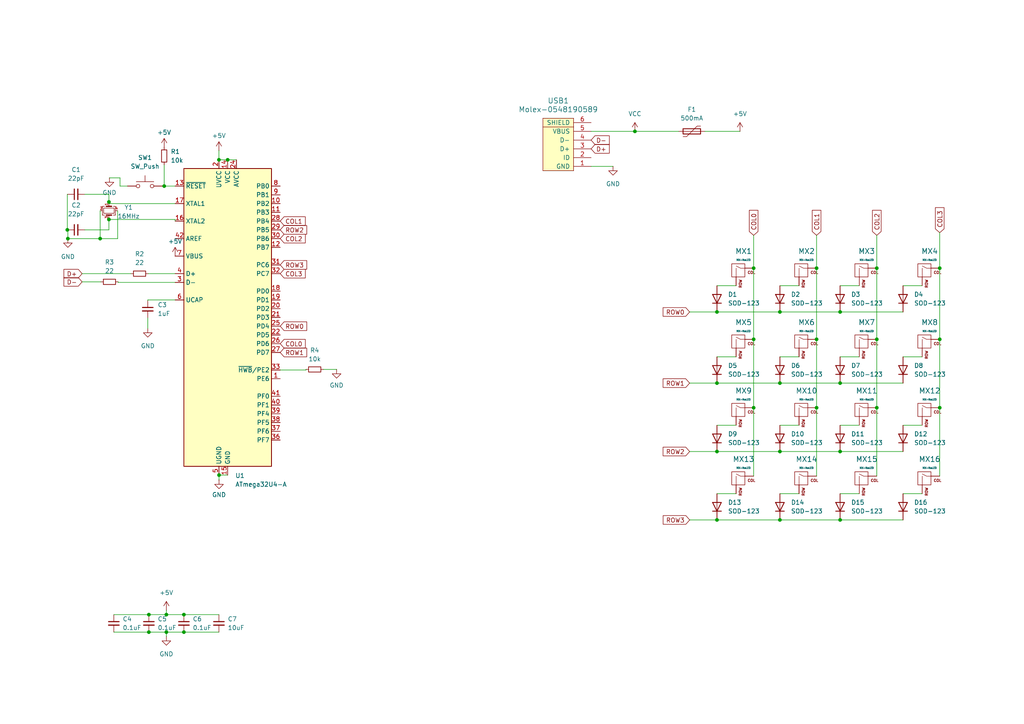
<source format=kicad_sch>
(kicad_sch (version 20231120) (generator "eeschema") (generator_version "8.0")
  (paper "A4")
  (lib_symbols
    (symbol "Device:C_Small" (pin_numbers hide) (pin_names (offset 0.254) hide)
      (property "Reference" "C" (at 0.254 1.778 0))
      (property "Value" "C_Small" (at 0.254 -2.032 0))
      (symbol "C_Small_0_1"
        (polyline (pts (xy -1.524 -0.508) (xy 1.524 -0.508)) (stroke (width 0.3302)))
        (polyline (pts (xy -1.524 0.508) (xy 1.524 0.508)) (stroke (width 0.3048)))
      )
      (symbol "C_Small_1_1"
        (pin passive line (at 0 2.54 270) (length 2.032) (name "~") (number "1"))
        (pin passive line (at 0 -2.54 90) (length 2.032) (name "~") (number "2"))
      )
    )
    (symbol "Device:Crystal_GND24_Small" (pin_names (offset 1.016) hide)
      (property "Reference" "Y" (at 1.27 4.445 0))
      (property "Value" "Crystal_GND24_Small" (at 1.27 2.54 0))
      (symbol "Crystal_GND24_Small_0_1"
        (rectangle (start -0.762 -1.524) (end 0.762 1.524))
        (polyline (pts (xy -1.27 -0.762) (xy -1.27 0.762)) (stroke (width 0.381)))
        (polyline (pts (xy 1.27 -0.762) (xy 1.27 0.762)) (stroke (width 0.381)))
        (polyline (pts (xy -1.27 -1.27) (xy -1.27 -1.905) (xy 1.27 -1.905) (xy 1.27 -1.27)))
        (polyline (pts (xy -1.27 1.27) (xy -1.27 1.905) (xy 1.27 1.905) (xy 1.27 1.27)))
      )
      (symbol "Crystal_GND24_Small_1_1"
        (pin passive line (at -2.54 0 0) (length 1.27) (name "1") (number "1"))
        (pin passive line (at 0 -2.54 90) (length 0.635) (name "2") (number "2"))
        (pin passive line (at 2.54 0 180) (length 1.27) (name "3") (number "3"))
        (pin passive line (at 0 2.54 270) (length 0.635) (name "4") (number "4"))
      )
    )
    (symbol "Device:D" (pin_numbers hide) (pin_names (offset 1.016) hide)
      (property "Reference" "D" (at 0 2.54 0))
      (property "Value" "D" (at 0 -2.54 0))
      (symbol "D_0_1"
        (polyline (pts (xy -1.27 1.27) (xy -1.27 -1.27)) (stroke (width 0.254)))
        (polyline (pts (xy 1.27 0) (xy -1.27 0)))
        (polyline (pts (xy 1.27 1.27) (xy 1.27 -1.27) (xy -1.27 0) (xy 1.27 1.27)) (stroke (width 0.254)))
      )
      (symbol "D_1_1"
        (pin passive line (at -3.81 0 0) (length 2.54) (name "K") (number "1"))
        (pin passive line (at 3.81 0 180) (length 2.54) (name "A") (number "2"))
      )
    )
    (symbol "Device:Polyfuse" (pin_numbers hide) (pin_names (offset 0))
      (property "Reference" "F" (at -2.54 0 90))
      (property "Value" "Polyfuse" (at 2.54 0 90))
      (symbol "Polyfuse_0_1"
        (rectangle (start -0.762 2.54) (end 0.762 -2.54) (stroke (width 0.254)))
        (polyline (pts (xy 0 2.54) (xy 0 -2.54)))
        (polyline (pts (xy -1.524 2.54) (xy -1.524 1.524) (xy 1.524 -1.524) (xy 1.524 -2.54)))
      )
      (symbol "Polyfuse_1_1"
        (pin passive line (at 0 3.81 270) (length 1.27) (name "~") (number "1"))
        (pin passive line (at 0 -3.81 90) (length 1.27) (name "~") (number "2"))
      )
    )
    (symbol "Device:R_Small" (pin_numbers hide) (pin_names (offset 0.254) hide)
      (property "Reference" "R" (at 0.762 0.508 0))
      (property "Value" "R_Small" (at 0.762 -1.016 0))
      (symbol "R_Small_0_1"
        (rectangle (start -0.762 1.778) (end 0.762 -1.778) (stroke (width 0.2032)))
      )
      (symbol "R_Small_1_1"
        (pin passive line (at 0 2.54 270) (length 0.762) (name "~") (number "1"))
        (pin passive line (at 0 -2.54 90) (length 0.762) (name "~") (number "2"))
      )
    )
    (symbol "MCU_Microchip_ATmega:ATmega32U4-A"
      (property "Reference" "U" (at -12.7 44.45 0))
      (property "Value" "ATmega32U4-A" (at 2.54 -44.45 0))
      (symbol "ATmega32U4-A_0_1"
        (rectangle (start -12.7 -43.18) (end 12.7 43.18) (stroke (width 0.254)) (fill (type background)))
      )
      (symbol "ATmega32U4-A_1_1"
        (pin bidirectional line (at 15.24 -17.78 180) (length 2.54) (name "PE6") (number "1"))
        (pin bidirectional line (at 15.24 33.02 180) (length 2.54) (name "PB2") (number "10"))
        (pin bidirectional line (at 15.24 30.48 180) (length 2.54) (name "PB3") (number "11"))
        (pin bidirectional line (at 15.24 20.32 180) (length 2.54) (name "PB7") (number "12"))
        (pin input line (at -15.24 38.1 0) (length 2.54) (name "~{RESET}") (number "13"))
        (pin power_in line (at 0 45.72 270) (length 2.54) (name "VCC") (number "14"))
        (pin power_in line (at 0 -45.72 90) (length 2.54) (name "GND") (number "15"))
        (pin output line (at -15.24 27.94 0) (length 2.54) (name "XTAL2") (number "16"))
        (pin input line (at -15.24 33.02 0) (length 2.54) (name "XTAL1") (number "17"))
        (pin bidirectional line (at 15.24 7.62 180) (length 2.54) (name "PD0") (number "18"))
        (pin bidirectional line (at 15.24 5.08 180) (length 2.54) (name "PD1") (number "19"))
        (pin power_in line (at -2.54 45.72 270) (length 2.54) (name "UVCC") (number "2"))
        (pin bidirectional line (at 15.24 2.54 180) (length 2.54) (name "PD2") (number "20"))
        (pin bidirectional line (at 15.24 0 180) (length 2.54) (name "PD3") (number "21"))
        (pin bidirectional line (at 15.24 -5.08 180) (length 2.54) (name "PD5") (number "22"))
        (pin passive line (at 0 -45.72 90) (length 2.54) hide (name "GND") (number "23"))
        (pin power_in line (at 2.54 45.72 270) (length 2.54) (name "AVCC") (number "24"))
        (pin bidirectional line (at 15.24 -2.54 180) (length 2.54) (name "PD4") (number "25"))
        (pin bidirectional line (at 15.24 -7.62 180) (length 2.54) (name "PD6") (number "26"))
        (pin bidirectional line (at 15.24 -10.16 180) (length 2.54) (name "PD7") (number "27"))
        (pin bidirectional line (at 15.24 27.94 180) (length 2.54) (name "PB4") (number "28"))
        (pin bidirectional line (at 15.24 25.4 180) (length 2.54) (name "PB5") (number "29"))
        (pin bidirectional line (at -15.24 10.16 0) (length 2.54) (name "D-") (number "3"))
        (pin bidirectional line (at 15.24 22.86 180) (length 2.54) (name "PB6") (number "30"))
        (pin bidirectional line (at 15.24 15.24 180) (length 2.54) (name "PC6") (number "31"))
        (pin bidirectional line (at 15.24 12.7 180) (length 2.54) (name "PC7") (number "32"))
        (pin bidirectional line (at 15.24 -15.24 180) (length 2.54) (name "~{HWB}/PE2") (number "33"))
        (pin passive line (at 0 45.72 270) (length 2.54) hide (name "VCC") (number "34"))
        (pin passive line (at 0 -45.72 90) (length 2.54) hide (name "GND") (number "35"))
        (pin bidirectional line (at 15.24 -35.56 180) (length 2.54) (name "PF7") (number "36"))
        (pin bidirectional line (at 15.24 -33.02 180) (length 2.54) (name "PF6") (number "37"))
        (pin bidirectional line (at 15.24 -30.48 180) (length 2.54) (name "PF5") (number "38"))
        (pin bidirectional line (at 15.24 -27.94 180) (length 2.54) (name "PF4") (number "39"))
        (pin bidirectional line (at -15.24 12.7 0) (length 2.54) (name "D+") (number "4"))
        (pin bidirectional line (at 15.24 -25.4 180) (length 2.54) (name "PF1") (number "40"))
        (pin bidirectional line (at 15.24 -22.86 180) (length 2.54) (name "PF0") (number "41"))
        (pin passive line (at -15.24 22.86 0) (length 2.54) (name "AREF") (number "42"))
        (pin passive line (at 0 -45.72 90) (length 2.54) hide (name "GND") (number "43"))
        (pin passive line (at 2.54 45.72 270) (length 2.54) hide (name "AVCC") (number "44"))
        (pin passive line (at -2.54 -45.72 90) (length 2.54) (name "UGND") (number "5"))
        (pin passive line (at -15.24 5.08 0) (length 2.54) (name "UCAP") (number "6"))
        (pin input line (at -15.24 17.78 0) (length 2.54) (name "VBUS") (number "7"))
        (pin bidirectional line (at 15.24 38.1 180) (length 2.54) (name "PB0") (number "8"))
        (pin bidirectional line (at 15.24 35.56 180) (length 2.54) (name "PB1") (number "9"))
      )
    )
    (symbol "MX_Alps_Hybrid:MX-NoLED" (pin_names (offset 1.016))
      (property "Reference" "MX" (at -0.635 3.81 0))
      (property "Value" "MX-NoLED" (at -0.635 1.27 0))
      (symbol "MX-NoLED_0_0"
        (rectangle (start -2.54 2.54) (end 1.27 -1.27))
        (polyline (pts (xy -1.27 -1.27) (xy -1.27 1.27)) (stroke (width 0.127)))
        (polyline (pts (xy 1.27 1.27) (xy 0 1.27) (xy -1.27 1.905)) (stroke (width 0.127)))
        (text "COL" (at 3.175 0 0) (effects (font (size 0.762 0.762))))
        (text "ROW" (at 0 -1.905 900) (effects (font (size 0.762 0.762)) (justify right)))
      )
      (symbol "MX-NoLED_1_1"
        (pin passive line (at 3.81 1.27 180) (length 2.54) (name "COL") (number "1"))
        (pin passive line (at -1.27 -3.81 90) (length 2.54) (name "ROW") (number "2"))
      )
    )
    (symbol "Switch:SW_Push" (pin_numbers hide) (pin_names (offset 1.016) hide)
      (property "Reference" "SW" (at 1.27 2.54 0))
      (property "Value" "SW_Push" (at 0 -1.524 0))
      (symbol "SW_Push_0_1"
        (circle (center -2.032 0) (radius 0.508))
        (polyline (pts (xy 0 1.27) (xy 0 3.048)))
        (polyline (pts (xy 2.54 1.27) (xy -2.54 1.27)))
        (circle (center 2.032 0) (radius 0.508))
        (pin passive line (at -5.08 0 0) (length 2.54) (name "1") (number "1"))
        (pin passive line (at 5.08 0 180) (length 2.54) (name "2") (number "2"))
      )
    )
    (symbol "power:+5V" (power) (pin_numbers hide) (pin_names (offset 0) hide)
      (property "Value" "+5V" (at 0 3.556 0))
      (symbol "+5V_0_1"
        (polyline (pts (xy -0.762 1.27) (xy 0 2.54)))
        (polyline (pts (xy 0 0) (xy 0 2.54)))
        (polyline (pts (xy 0 2.54) (xy 0.762 1.27)))
      )
      (symbol "+5V_1_1"
        (pin power_in line (at 0 0 90) (length 0) (name "~") (number "1"))
      )
    )
    (symbol "power:GND" (power) (pin_numbers hide) (pin_names (offset 0) hide)
      (property "Value" "GND" (at 0 -3.81 0))
      (symbol "GND_0_1"
        (polyline (pts (xy 0 0) (xy 0 -1.27) (xy 1.27 -1.27) (xy 0 -2.54) (xy -1.27 -1.27) (xy 0 -1.27)))
      )
      (symbol "GND_1_1"
        (pin power_in line (at 0 0 270) (length 0) (name "~") (number "1"))
      )
    )
    (symbol "power:VCC" (power) (pin_numbers hide) (pin_names (offset 0) hide)
      (property "Value" "VCC" (at 0 3.556 0))
      (symbol "VCC_0_1"
        (polyline (pts (xy -0.762 1.27) (xy 0 2.54)))
        (polyline (pts (xy 0 0) (xy 0 2.54)))
        (polyline (pts (xy 0 2.54) (xy 0.762 1.27)))
      )
      (symbol "VCC_1_1"
        (pin power_in line (at 0 0 90) (length 0) (name "~") (number "1"))
      )
    )
    (symbol "random-keyboard-parts:Molex-0548190589" (pin_names (offset 1.016))
      (property "Reference" "USB" (at 0 7.62 0))
      (property "Value" "Molex-0548190589" (at 0 10.16 0))
      (symbol "Molex-0548190589_0_0"
        (polyline (pts (xy 6.35 -2.54) (xy 6.35 6.35)))
        (rectangle (start 8.89 -2.54) (end -6.35 6.35) (fill (type background)))
      )
      (symbol "Molex-0548190589_1_1"
        (pin input line (at -5.08 -7.62 90) (length 5.08) (name "GND") (number "1"))
        (pin input line (at -2.54 -7.62 90) (length 5.08) (name "ID") (number "2"))
        (pin input line (at 0 -7.62 90) (length 5.08) (name "D+") (number "3"))
        (pin input line (at 2.54 -7.62 90) (length 5.08) (name "D-") (number "4"))
        (pin input line (at 5.08 -7.62 90) (length 5.08) (name "VBUS") (number "5"))
        (pin input line (at 7.62 -7.62 90) (length 5.08) (name "SHIELD") (number "6"))
      )
    )
  )
  (junction (at 43.176 183.3447))
  (junction (at 48.256 178.2647))
  (junction (at 236.8404 118.2605))
  (junction (at 47.622 53.9716))
  (junction (at 243.6659 90.4818))
  (junction (at 226.2045 130.9605))
  (junction (at 31.5891 58.5749))
  (junction (at 226.2045 111.118))
  (junction (at 43.176 178.2647))
  (junction (at 29.0491 69.2108))
  (junction (at 226.2045 90.4818))
  (junction (at 63.5263 137.7916))
  (junction (at 226.2045 150.803))
  (junction (at 218.5853 77.7818))
  (junction (at 207.9494 90.4818))
  (junction (at 207.9494 130.9605))
  (junction (at 207.9494 111.118))
  (junction (at 66.0368 46.3516))
  (junction (at 236.8404 77.7818))
  (junction (at 31.5891 63.6549))
  (junction (at 243.6659 111.118))
  (junction (at 254.3018 98.418))
  (junction (at 236.8404 98.418))
  (junction (at 207.9494 150.803))
  (junction (at 272.5569 77.7818))
  (junction (at 218.5853 98.418))
  (junction (at 184.15 38.1))
  (junction (at 272.5569 118.2605))
  (junction (at 272.5569 98.418))
  (junction (at 243.6659 150.803))
  (junction (at 53.336 178.2647))
  (junction (at 48.256 183.3447))
  (junction (at 19.6836 69.2108))
  (junction (at 19.5247 66.6708))
  (junction (at 254.3018 118.2605))
  (junction (at 243.6659 130.9605))
  (junction (at 218.5853 118.2605))
  (junction (at 254.3018 77.7818))
  (junction (at 63.4968 46.3516))
  (junction (at 53.336 183.3447))
  (wire (pts (xy 50.7968 86.9916) (xy 42.8598 86.9916)))
  (wire (pts (xy 29.0491 61.1149) (xy 29.0491 69.2108)))
  (wire (pts (xy 47.622 53.9716) (xy 50.7968 53.9716)))
  (wire (pts (xy 261.921 82.8618) (xy 267.4769 82.8618)))
  (wire (pts (xy 48.256 183.3447) (xy 48.256 184.6147)))
  (wire (pts (xy 63.496 46.3516) (xy 63.4968 46.3516)))
  (wire (pts (xy 207.9494 111.118) (xy 226.2045 111.118)))
  (wire (pts (xy 50.7968 59.0516) (xy 31.5891 59.0516)))
  (wire (pts (xy 226.2045 90.4818) (xy 243.6659 90.4818)))
  (wire (pts (xy 23.811 81.7511) (xy 29.208 81.7511)))
  (wire (pts (xy 226.2045 111.118) (xy 243.6659 111.118)))
  (wire (pts (xy 236.8404 77.7818) (xy 236.8404 98.418)))
  (wire (pts (xy 200.0124 150.803) (xy 207.9494 150.803)))
  (wire (pts (xy 50.7968 81.9116) (xy 34.288 81.9116)))
  (wire (pts (xy 272.5569 98.418) (xy 272.5569 118.2605)))
  (wire (pts (xy 53.336 183.3447) (xy 63.496 183.3447)))
  (wire (pts (xy 243.6659 82.8618) (xy 249.2218 82.8618)))
  (wire (pts (xy 236.8404 68.2574) (xy 236.8404 77.7818)))
  (wire (pts (xy 34.8145 51.5905) (xy 31.748 51.5905)))
  (wire (pts (xy 42.8598 92.2281) (xy 42.8598 95.244)))
  (wire (pts (xy 63.4968 137.7916) (xy 63.5263 137.7916)))
  (wire (pts (xy 243.6659 143.183) (xy 249.2218 143.183)))
  (wire (pts (xy 50.7968 63.6549) (xy 50.7968 64.1316)))
  (wire (pts (xy 226.2045 150.803) (xy 243.6659 150.803)))
  (wire (pts (xy 171.45 38.1) (xy 184.15 38.1)))
  (wire (pts (xy 254.3018 118.2605) (xy 254.3018 138.103)))
  (wire (pts (xy 226.2045 143.183) (xy 231.7604 143.183)))
  (wire (pts (xy 19.6836 66.6708) (xy 19.5247 66.6708)))
  (wire (pts (xy 23.811 79.37) (xy 37.9387 79.37)))
  (wire (pts (xy 226.2045 103.498) (xy 231.7604 103.498)))
  (wire (pts (xy 207.9494 123.3405) (xy 213.5053 123.3405)))
  (wire (pts (xy 184.15 38.1) (xy 196.85 38.1)))
  (wire (pts (xy 31.5891 56.3527) (xy 31.5891 58.5749)))
  (wire (pts (xy 261.921 123.3405) (xy 267.4769 123.3405)))
  (wire (pts (xy 207.9494 130.9605) (xy 226.2045 130.9605)))
  (wire (pts (xy 171.45 48.26) (xy 177.8 48.26)))
  (wire (pts (xy 200.0124 90.4818) (xy 207.9494 90.4818)))
  (wire (pts (xy 33.016 178.2647) (xy 43.176 178.2647)))
  (wire (pts (xy 81.2768 107.3116) (xy 88.7355 107.3116)))
  (wire (pts (xy 42.8598 86.9916) (xy 42.8598 87.1481)))
  (wire (pts (xy 254.3018 77.7818) (xy 254.3018 98.418)))
  (wire (pts (xy 24.6047 56.3527) (xy 31.5891 56.3527)))
  (wire (pts (xy 24.6047 66.6708) (xy 31.5891 66.6708)))
  (wire (pts (xy 254.3018 68.2574) (xy 254.3018 77.7818)))
  (wire (pts (xy 226.2045 130.9605) (xy 243.6659 130.9605)))
  (wire (pts (xy 34.1291 69.2108) (xy 29.0491 69.2108)))
  (wire (pts (xy 272.5569 67.4637) (xy 272.5569 77.7818)))
  (wire (pts (xy 243.6659 111.118) (xy 261.921 111.118)))
  (wire (pts (xy 31.5891 59.0516) (xy 31.5891 58.5749)))
  (wire (pts (xy 218.5853 77.7818) (xy 218.5853 98.418)))
  (wire (pts (xy 218.5853 98.418) (xy 218.5853 118.2605)))
  (wire (pts (xy 36.9861 53.9716) (xy 34.8145 53.9716)))
  (wire (pts (xy 207.9494 103.498) (xy 213.5053 103.498)))
  (wire (pts (xy 31.5891 63.6549) (xy 50.7968 63.6549)))
  (wire (pts (xy 34.288 81.9116) (xy 34.288 81.7511)))
  (wire (pts (xy 207.9494 82.8618) (xy 213.5053 82.8618)))
  (wire (pts (xy 63.4968 46.3516) (xy 66.0368 46.3516)))
  (wire (pts (xy 48.256 183.3447) (xy 53.336 183.3447)))
  (wire (pts (xy 272.5569 118.2605) (xy 272.5569 138.103)))
  (wire (pts (xy 33.016 183.3447) (xy 43.176 183.3447)))
  (wire (pts (xy 19.5247 56.3527) (xy 19.5247 66.6708)))
  (wire (pts (xy 236.8404 118.2605) (xy 236.8404 138.103)))
  (wire (pts (xy 243.6659 123.3405) (xy 249.2218 123.3405)))
  (wire (pts (xy 207.9494 143.183) (xy 213.5053 143.183)))
  (wire (pts (xy 254.3018 98.418) (xy 254.3018 118.2605)))
  (wire (pts (xy 47.1461 53.9716) (xy 47.622 53.9716)))
  (wire (pts (xy 43.0187 79.37) (xy 50.7968 79.37)))
  (wire (pts (xy 50.7968 79.37) (xy 50.7968 79.3716)))
  (wire (pts (xy 218.5853 118.2605) (xy 218.5853 138.103)))
  (wire (pts (xy 236.8404 98.418) (xy 236.8404 118.2605)))
  (wire (pts (xy 48.256 176.9947) (xy 48.256 178.2647)))
  (wire (pts (xy 218.5853 68.2574) (xy 218.5853 77.7818)))
  (wire (pts (xy 48.256 178.2647) (xy 53.336 178.2647)))
  (wire (pts (xy 53.336 178.2647) (xy 63.496 178.2647)))
  (wire (pts (xy 204.47 38.1) (xy 214.63 38.1)))
  (wire (pts (xy 261.921 103.498) (xy 267.4769 103.498)))
  (wire (pts (xy 31.5891 66.6708) (xy 31.5891 63.6549)))
  (wire (pts (xy 261.921 143.183) (xy 267.4769 143.183)))
  (wire (pts (xy 34.8145 53.9716) (xy 34.8145 51.5905)))
  (wire (pts (xy 19.6836 69.2108) (xy 19.6836 66.6708)))
  (wire (pts (xy 88.7355 107.3116) (xy 88.7355 107.1495)))
  (wire (pts (xy 43.176 183.3447) (xy 48.256 183.3447)))
  (wire (pts (xy 243.6659 150.803) (xy 261.921 150.803)))
  (wire (pts (xy 63.5263 139.2089) (xy 63.5263 137.7916)))
  (wire (pts (xy 243.6659 130.9605) (xy 261.921 130.9605)))
  (wire (pts (xy 43.176 178.2647) (xy 48.256 178.2647)))
  (wire (pts (xy 200.0124 130.9605) (xy 207.9494 130.9605)))
  (wire (pts (xy 93.8155 107.1495) (xy 97.6251 107.1495)))
  (wire (pts (xy 47.622 47.7809) (xy 47.622 53.9716)))
  (wire (pts (xy 63.5263 137.7916) (xy 66.0368 137.7916)))
  (wire (pts (xy 66.0368 46.3516) (xy 68.5768 46.3516)))
  (wire (pts (xy 243.6659 90.4818) (xy 261.921 90.4818)))
  (wire (pts (xy 272.5569 77.7818) (xy 272.5569 98.418)))
  (wire (pts (xy 207.9494 150.803) (xy 226.2045 150.803)))
  (wire (pts (xy 226.2045 82.8618) (xy 231.7604 82.8618)))
  (wire (pts (xy 207.9494 90.4818) (xy 226.2045 90.4818)))
  (wire (pts (xy 29.0491 69.2108) (xy 19.6836 69.2108)))
  (wire (pts (xy 226.2045 123.3405) (xy 231.7604 123.3405)))
  (wire (pts (xy 200.0124 111.118) (xy 207.9494 111.118)))
  (wire (pts (xy 243.6659 103.498) (xy 249.2218 103.498)))
  (wire (pts (xy 63.496 43.6535) (xy 63.496 46.3516)))
  (wire (pts (xy 34.1291 61.1149) (xy 34.1291 69.2108)))
  (global_label "ROW0" (shape input) (at 200.0124 90.4818 180) (property "Intersheetrefs" "${INTERSHEET_REFS}" (effects (hide yes))))
  (global_label "ROW1" (shape input) (at 81.2768 102.2316 0) (property "Intersheetrefs" "${INTERSHEET_REFS}" (effects (hide yes))))
  (global_label "COL3" (shape input) (at 81.2768 79.3716 0) (property "Intersheetrefs" "${INTERSHEET_REFS}" (effects (hide yes))))
  (global_label "COL3" (shape input) (at 272.5569 67.4865 90) (property "Intersheetrefs" "${INTERSHEET_REFS}" (effects (hide yes))))
  (global_label "D-" (shape input) (at 171.45 40.64 0) (property "Intersheetrefs" "${INTERSHEET_REFS}" (effects (hide yes))))
  (global_label "COL1" (shape input) (at 81.2768 64.1316 0) (property "Intersheetrefs" "${INTERSHEET_REFS}" (effects (hide yes))))
  (global_label "COL0" (shape input) (at 218.5853 68.2574 90) (property "Intersheetrefs" "${INTERSHEET_REFS}" (effects (hide yes))))
  (global_label "D+" (shape input) (at 171.45 43.18 0) (property "Intersheetrefs" "${INTERSHEET_REFS}" (effects (hide yes))))
  (global_label "COL2" (shape input) (at 254.3018 68.2574 90) (property "Intersheetrefs" "${INTERSHEET_REFS}" (effects (hide yes))))
  (global_label "ROW2" (shape input) (at 200.0124 130.9605 180) (property "Intersheetrefs" "${INTERSHEET_REFS}" (effects (hide yes))))
  (global_label "ROW0" (shape input) (at 81.2768 94.6116 0) (property "Intersheetrefs" "${INTERSHEET_REFS}" (effects (hide yes))))
  (global_label "ROW1" (shape input) (at 200.0124 111.118 180) (property "Intersheetrefs" "${INTERSHEET_REFS}" (effects (hide yes))))
  (global_label "COL0" (shape input) (at 81.2768 99.6916 0) (property "Intersheetrefs" "${INTERSHEET_REFS}" (effects (hide yes))))
  (global_label "ROW2" (shape input) (at 81.2768 66.6716 0) (property "Intersheetrefs" "${INTERSHEET_REFS}" (effects (hide yes))))
  (global_label "COL2" (shape input) (at 81.2768 69.2116 0) (property "Intersheetrefs" "${INTERSHEET_REFS}" (effects (hide yes))))
  (global_label "ROW3" (shape input) (at 81.2768 76.8316 0) (property "Intersheetrefs" "${INTERSHEET_REFS}" (effects (hide yes))))
  (global_label "COL1" (shape input) (at 236.8404 68.2574 90) (property "Intersheetrefs" "${INTERSHEET_REFS}" (effects (hide yes))))
  (global_label "ROW3" (shape input) (at 200.0347 150.803 180) (property "Intersheetrefs" "${INTERSHEET_REFS}" (effects (hide yes))))
  (global_label "D+" (shape input) (at 23.811 79.37 180) (property "Intersheetrefs" "${INTERSHEET_REFS}" (effects (hide yes))))
  (global_label "D-" (shape input) (at 23.811 81.7511 180) (property "Intersheetrefs" "${INTERSHEET_REFS}" (effects (hide yes))))
  (symbol (lib_id "power:+5V") (at 48.256 176.9947 0) (unit 1)
    (property "Reference" "#PWR06" (effects (hide yes)))
    (property "Value" "+5V" (at 48.256 171.9147 0))
    (property "Description" "Power symbol creates a global label with name \"+5V\"" (effects (hide yes)))
  )
  (symbol (lib_id "Switch:SW_Push") (at 42.0661 53.9716 0) (unit 1)
    (property "Reference" "SW1" (at 42.0661 45.72 0))
    (property "Value" "SW_Push" (at 42.0661 48.26 0))
    (property "Footprint" "random-keyboard-parts:SKQG-1155865" (effects (hide yes)))
    (property "Description" "Push button switch, generic, two pins" (effects (hide yes)))
  )
  (symbol (lib_id "MX_Alps_Hybrid:MX-NoLED") (at 250.4918 79.0518 0) (unit 1)
    (property "Reference" "MX3" (at 251.387 72.8655 0) (effects (font (size 1.524 1.524))))
    (property "Value" "MX-NoLED" (at 251.387 75.4055 0) (effects (font (size 0.508 0.508))))
    (property "Footprint" "MX_Only:MXOnly-1U-NoLED" (effects (hide yes)))
  )
  (symbol (lib_id "Device:D") (at 226.2045 86.6718 90) (unit 1)
    (property "Reference" "D2" (at 229.3901 85.4017 90) (effects (justify right)))
    (property "Value" "SOD-123" (at 229.3901 87.9417 90) (effects (justify right)))
    (property "Footprint" "Diode_SMD:D_SOD-123" (effects (hide yes)))
    (property "Description" "Diode" (effects (hide yes)))
    (property "Sim.Device" "D" (effects (hide yes)))
    (property "Sim.Pins" "1=K 2=A" (effects (hide yes)))
  )
  (symbol (lib_id "power:+5V") (at 63.496 43.6535 0) (unit 1)
    (property "Reference" "#PWR01" (effects (hide yes)))
    (property "Value" "+5V" (at 63.496 39.37 0))
    (property "Description" "Power symbol creates a global label with name \"+5V\"" (effects (hide yes)))
  )
  (symbol (lib_id "Device:D") (at 243.6659 107.308 90) (unit 1)
    (property "Reference" "D7" (at 246.8515 106.0379 90) (effects (justify right)))
    (property "Value" "SOD-123" (at 246.8515 108.5779 90) (effects (justify right)))
    (property "Footprint" "Diode_SMD:D_SOD-123" (effects (hide yes)))
    (property "Description" "Diode" (effects (hide yes)))
    (property "Sim.Device" "D" (effects (hide yes)))
    (property "Sim.Pins" "1=K 2=A" (effects (hide yes)))
  )
  (symbol (lib_id "power:+5V") (at 47.622 42.7009 0) (unit 1)
    (property "Reference" "#PWR09" (effects (hide yes)))
    (property "Value" "+5V" (at 47.622 38.4174 0))
    (property "Description" "Power symbol creates a global label with name \"+5V\"" (effects (hide yes)))
  )
  (symbol (lib_id "Device:D") (at 261.921 86.6718 90) (unit 1)
    (property "Reference" "D4" (at 265.1066 85.4017 90) (effects (justify right)))
    (property "Value" "SOD-123" (at 265.1066 87.9417 90) (effects (justify right)))
    (property "Footprint" "Diode_SMD:D_SOD-123" (effects (hide yes)))
    (property "Description" "Diode" (effects (hide yes)))
    (property "Sim.Device" "D" (effects (hide yes)))
    (property "Sim.Pins" "1=K 2=A" (effects (hide yes)))
  )
  (symbol (lib_id "MX_Alps_Hybrid:MX-NoLED") (at 250.4918 119.5305 0) (unit 1)
    (property "Reference" "MX11" (at 251.387 113.3442 0) (effects (font (size 1.524 1.524))))
    (property "Value" "MX-NoLED" (at 251.387 115.8842 0) (effects (font (size 0.508 0.508))))
    (property "Footprint" "MX_Only:MXOnly-1U-NoLED" (effects (hide yes)))
  )
  (symbol (lib_id "Device:R_Small") (at 47.622 45.2409 0) (unit 1)
    (property "Reference" "R1" (at 49.5023 43.9708 0) (effects (justify left)))
    (property "Value" "10k" (at 49.5023 46.5108 0) (effects (justify left)))
    (property "Footprint" "Resistor_SMD:R_0805_2012Metric" (effects (hide yes)))
    (property "Description" "Resistor, small symbol" (effects (hide yes)))
  )
  (symbol (lib_id "Device:C_Small") (at 53.336 180.8047 0) (unit 1)
    (property "Reference" "C6" (at 55.876 179.5409 0) (effects (justify left)))
    (property "Value" "0.1uF" (at 55.876 182.0809 0) (effects (justify left)))
    (property "Footprint" "Capacitor_SMD:C_0805_2012Metric" (effects (hide yes)))
    (property "Description" "Unpolarized capacitor, small symbol" (effects (hide yes)))
  )
  (symbol (lib_id "power:GND") (at 63.5263 139.2089 0) (unit 1)
    (property "Reference" "#PWR02" (effects (hide yes)))
    (property "Value" "GND" (at 63.5263 143.51 0))
    (property "Description" "Power symbol creates a global label with name \"GND\" , ground" (effects (hide yes)))
  )
  (symbol (lib_id "Device:D") (at 207.9494 127.1505 90) (unit 1)
    (property "Reference" "D9" (at 211.135 125.8804 90) (effects (justify right)))
    (property "Value" "SOD-123" (at 211.135 128.4204 90) (effects (justify right)))
    (property "Footprint" "Diode_SMD:D_SOD-123" (effects (hide yes)))
    (property "Description" "Diode" (effects (hide yes)))
    (property "Sim.Device" "D" (effects (hide yes)))
    (property "Sim.Pins" "1=K 2=A" (effects (hide yes)))
  )
  (symbol (lib_id "MX_Alps_Hybrid:MX-NoLED") (at 233.0304 119.5305 0) (unit 1)
    (property "Reference" "MX10" (at 233.9256 113.3442 0) (effects (font (size 1.524 1.524))))
    (property "Value" "MX-NoLED" (at 233.9256 115.8842 0) (effects (font (size 0.508 0.508))))
    (property "Footprint" "MX_Only:MXOnly-1U-NoLED" (effects (hide yes)))
  )
  (symbol (lib_id "Device:D") (at 226.2045 146.993 90) (unit 1)
    (property "Reference" "D14" (at 229.3901 145.7229 90) (effects (justify right)))
    (property "Value" "SOD-123" (at 229.3901 148.2629 90) (effects (justify right)))
    (property "Footprint" "Diode_SMD:D_SOD-123" (effects (hide yes)))
    (property "Description" "Diode" (effects (hide yes)))
    (property "Sim.Device" "D" (effects (hide yes)))
    (property "Sim.Pins" "1=K 2=A" (effects (hide yes)))
  )
  (symbol (lib_id "power:GND") (at 177.8 48.26 0) (unit 1)
    (property "Reference" "#PWR013" (effects (hide yes)))
    (property "Value" "GND" (at 177.8 53.34 0))
    (property "Description" "Power symbol creates a global label with name \"GND\" , ground" (effects (hide yes)))
  )
  (symbol (lib_id "Device:D") (at 243.6659 86.6718 90) (unit 1)
    (property "Reference" "D3" (at 246.8515 85.4017 90) (effects (justify right)))
    (property "Value" "SOD-123" (at 246.8515 87.9417 90) (effects (justify right)))
    (property "Footprint" "Diode_SMD:D_SOD-123" (effects (hide yes)))
    (property "Description" "Diode" (effects (hide yes)))
    (property "Sim.Device" "D" (effects (hide yes)))
    (property "Sim.Pins" "1=K 2=A" (effects (hide yes)))
  )
  (symbol (lib_id "Device:D") (at 226.2045 107.308 90) (unit 1)
    (property "Reference" "D6" (at 229.3901 106.0379 90) (effects (justify right)))
    (property "Value" "SOD-123" (at 229.3901 108.5779 90) (effects (justify right)))
    (property "Footprint" "Diode_SMD:D_SOD-123" (effects (hide yes)))
    (property "Description" "Diode" (effects (hide yes)))
    (property "Sim.Device" "D" (effects (hide yes)))
    (property "Sim.Pins" "1=K 2=A" (effects (hide yes)))
  )
  (symbol (lib_id "Device:D") (at 207.9494 146.993 90) (unit 1)
    (property "Reference" "D13" (at 211.135 145.7229 90) (effects (justify right)))
    (property "Value" "SOD-123" (at 211.135 148.2629 90) (effects (justify right)))
    (property "Footprint" "Diode_SMD:D_SOD-123" (effects (hide yes)))
    (property "Description" "Diode" (effects (hide yes)))
    (property "Sim.Device" "D" (effects (hide yes)))
    (property "Sim.Pins" "1=K 2=A" (effects (hide yes)))
  )
  (symbol (lib_id "MX_Alps_Hybrid:MX-NoLED") (at 268.7469 139.373 0) (unit 1)
    (property "Reference" "MX16" (at 269.6421 133.1867 0) (effects (font (size 1.524 1.524))))
    (property "Value" "MX-NoLED" (at 269.6421 135.7267 0) (effects (font (size 0.508 0.508))))
    (property "Footprint" "MX_Only:MXOnly-1U-NoLED" (effects (hide yes)))
  )
  (symbol (lib_id "MX_Alps_Hybrid:MX-NoLED") (at 233.0304 79.0518 0) (unit 1)
    (property "Reference" "MX2" (at 233.9256 72.8655 0) (effects (font (size 1.524 1.524))))
    (property "Value" "MX-NoLED" (at 233.9256 75.4055 0) (effects (font (size 0.508 0.508))))
    (property "Footprint" "MX_Only:MXOnly-1U-NoLED" (effects (hide yes)))
  )
  (symbol (lib_id "MX_Alps_Hybrid:MX-NoLED") (at 268.7469 99.688 0) (unit 1)
    (property "Reference" "MX8" (at 269.6421 93.5017 0) (effects (font (size 1.524 1.524))))
    (property "Value" "MX-NoLED" (at 269.6421 96.0417 0) (effects (font (size 0.508 0.508))))
    (property "Footprint" "MX_Only:MXOnly-1U-NoLED" (effects (hide yes)))
  )
  (symbol (lib_id "MX_Alps_Hybrid:MX-NoLED") (at 250.4918 139.373 0) (unit 1)
    (property "Reference" "MX15" (at 251.387 133.1867 0) (effects (font (size 1.524 1.524))))
    (property "Value" "MX-NoLED" (at 251.387 135.7267 0) (effects (font (size 0.508 0.508))))
    (property "Footprint" "MX_Only:MXOnly-1U-NoLED" (effects (hide yes)))
  )
  (symbol (lib_id "Device:D") (at 226.2045 127.1505 90) (unit 1)
    (property "Reference" "D10" (at 229.3901 125.8804 90) (effects (justify right)))
    (property "Value" "SOD-123" (at 229.3901 128.4204 90) (effects (justify right)))
    (property "Footprint" "Diode_SMD:D_SOD-123" (effects (hide yes)))
    (property "Description" "Diode" (effects (hide yes)))
    (property "Sim.Device" "D" (effects (hide yes)))
    (property "Sim.Pins" "1=K 2=A" (effects (hide yes)))
  )
  (symbol (lib_id "power:GND") (at 48.256 184.6147 0) (unit 1)
    (property "Reference" "#PWR05" (effects (hide yes)))
    (property "Value" "GND" (at 48.256 189.6947 0))
    (property "Description" "Power symbol creates a global label with name \"GND\" , ground" (effects (hide yes)))
  )
  (symbol (lib_id "Device:Crystal_GND24_Small") (at 31.5891 61.1149 270) (unit 1)
    (property "Reference" "Y1" (at 37.3069 60.1663 90))
    (property "Value" "16MHz" (at 37.3069 62.7063 90))
    (property "Footprint" "Crystal:Crystal_SMD_3225-4Pin_3.2x2.5mm" (effects (hide yes)))
    (property "Description" "Four pin crystal, GND on pins 2 and 4, small symbol" (effects (hide yes)))
  )
  (symbol (lib_id "Device:C_Small") (at 33.016 180.8047 0) (unit 1)
    (property "Reference" "C4" (at 35.556 179.5409 0) (effects (justify left)))
    (property "Value" "0.1uF" (at 35.556 182.0809 0) (effects (justify left)))
    (property "Footprint" "Capacitor_SMD:C_0805_2012Metric" (effects (hide yes)))
    (property "Description" "Unpolarized capacitor, small symbol" (effects (hide yes)))
  )
  (symbol (lib_id "Device:C_Small") (at 63.496 180.8047 0) (unit 1)
    (property "Reference" "C7" (at 66.036 179.5409 0) (effects (justify left)))
    (property "Value" "10uF" (at 66.036 182.0809 0) (effects (justify left)))
    (property "Footprint" "Capacitor_SMD:C_0805_2012Metric" (effects (hide yes)))
    (property "Description" "Unpolarized capacitor, small symbol" (effects (hide yes)))
  )
  (symbol (lib_id "Device:C_Small") (at 43.176 180.8047 0) (unit 1)
    (property "Reference" "C5" (at 45.716 179.5409 0) (effects (justify left)))
    (property "Value" "0.1uF" (at 45.716 182.0809 0) (effects (justify left)))
    (property "Footprint" "Capacitor_SMD:C_0805_2012Metric" (effects (hide yes)))
    (property "Description" "Unpolarized capacitor, small symbol" (effects (hide yes)))
  )
  (symbol (lib_id "Device:R_Small") (at 31.748 81.7511 90) (unit 1)
    (property "Reference" "R3" (at 31.748 76.0411 90))
    (property "Value" "22" (at 31.748 78.5811 90))
    (property "Footprint" "Resistor_SMD:R_0805_2012Metric" (effects (hide yes)))
    (property "Description" "Resistor, small symbol" (effects (hide yes)))
  )
  (symbol (lib_id "Device:R_Small") (at 91.2755 107.1495 90) (unit 1)
    (property "Reference" "R4" (at 91.2755 101.6 90))
    (property "Value" "10k" (at 91.2755 104.14 90))
    (property "Footprint" "Resistor_SMD:R_0805_2012Metric" (effects (hide yes)))
    (property "Description" "Resistor, small symbol" (effects (hide yes)))
  )
  (symbol (lib_id "power:+5V") (at 214.63 38.1 0) (unit 1)
    (property "Reference" "#PWR011" (effects (hide yes)))
    (property "Value" "+5V" (at 214.63 33.02 0))
    (property "Description" "Power symbol creates a global label with name \"+5V\"" (effects (hide yes)))
  )
  (symbol (lib_id "Device:D") (at 261.921 107.308 90) (unit 1)
    (property "Reference" "D8" (at 265.1066 106.0379 90) (effects (justify right)))
    (property "Value" "SOD-123" (at 265.1066 108.5779 90) (effects (justify right)))
    (property "Footprint" "Diode_SMD:D_SOD-123" (effects (hide yes)))
    (property "Description" "Diode" (effects (hide yes)))
    (property "Sim.Device" "D" (effects (hide yes)))
    (property "Sim.Pins" "1=K 2=A" (effects (hide yes)))
  )
  (symbol (lib_id "Device:C_Small") (at 42.8598 89.6881 0) (unit 1)
    (property "Reference" "C3" (at 45.72 88.4243 0) (effects (justify left)))
    (property "Value" "1uF" (at 45.72 90.9643 0) (effects (justify left)))
    (property "Footprint" "Capacitor_SMD:C_0805_2012Metric" (effects (hide yes)))
    (property "Description" "Unpolarized capacitor, small symbol" (effects (hide yes)))
  )
  (symbol (lib_id "random-keyboard-parts:Molex-0548190589") (at 163.83 43.18 90) (unit 1)
    (property "Reference" "USB1" (at 161.925 29.21 90) (effects (font (size 1.524 1.524))))
    (property "Value" "Molex-0548190589" (at 161.925 31.75 90) (effects (font (size 1.524 1.524))))
    (property "Footprint" "random-keyboard-parts:Molex-0548190589" (effects (hide yes)))
  )
  (symbol (lib_id "power:VCC") (at 184.15 38.1 0) (unit 1)
    (property "Reference" "#PWR012" (effects (hide yes)))
    (property "Value" "VCC" (at 184.15 33.02 0))
    (property "Description" "Power symbol creates a global label with name \"VCC\"" (effects (hide yes)))
  )
  (symbol (lib_id "MX_Alps_Hybrid:MX-NoLED") (at 233.0304 99.688 0) (unit 1)
    (property "Reference" "MX6" (at 233.9256 93.5017 0) (effects (font (size 1.524 1.524))))
    (property "Value" "MX-NoLED" (at 233.9256 96.0417 0) (effects (font (size 0.508 0.508))))
    (property "Footprint" "MX_Only:MXOnly-1U-NoLED" (effects (hide yes)))
  )
  (symbol (lib_id "MX_Alps_Hybrid:MX-NoLED") (at 214.7753 79.0518 0) (unit 1)
    (property "Reference" "MX1" (at 215.6705 72.8655 0) (effects (font (size 1.524 1.524))))
    (property "Value" "MX-NoLED" (at 215.6705 75.4055 0) (effects (font (size 0.508 0.508))))
    (property "Footprint" "MX_Only:MXOnly-1U-NoLED" (effects (hide yes)))
  )
  (symbol (lib_id "MX_Alps_Hybrid:MX-NoLED") (at 233.0304 139.373 0) (unit 1)
    (property "Reference" "MX14" (at 233.9256 133.1867 0) (effects (font (size 1.524 1.524))))
    (property "Value" "MX-NoLED" (at 233.9256 135.7267 0) (effects (font (size 0.508 0.508))))
    (property "Footprint" "MX_Only:MXOnly-1U-NoLED" (effects (hide yes)))
  )
  (symbol (lib_id "Device:R_Small") (at 40.4787 79.37 90) (unit 1)
    (property "Reference" "R2" (at 40.4787 73.66 90))
    (property "Value" "22" (at 40.4787 76.2 90))
    (property "Footprint" "Resistor_SMD:R_0805_2012Metric" (effects (hide yes)))
    (property "Description" "Resistor, small symbol" (effects (hide yes)))
  )
  (symbol (lib_id "MX_Alps_Hybrid:MX-NoLED") (at 214.7753 99.688 0) (unit 1)
    (property "Reference" "MX5" (at 215.6705 93.5017 0) (effects (font (size 1.524 1.524))))
    (property "Value" "MX-NoLED" (at 215.6705 96.0417 0) (effects (font (size 0.508 0.508))))
    (property "Footprint" "MX_Only:MXOnly-1U-NoLED" (effects (hide yes)))
  )
  (symbol (lib_id "Device:D") (at 243.6659 146.993 90) (unit 1)
    (property "Reference" "D15" (at 246.8515 145.7229 90) (effects (justify right)))
    (property "Value" "SOD-123" (at 246.8515 148.2629 90) (effects (justify right)))
    (property "Footprint" "Diode_SMD:D_SOD-123" (effects (hide yes)))
    (property "Description" "Diode" (effects (hide yes)))
    (property "Sim.Device" "D" (effects (hide yes)))
    (property "Sim.Pins" "1=K 2=A" (effects (hide yes)))
  )
  (symbol (lib_id "power:GND") (at 31.748 51.5905 0) (unit 1)
    (property "Reference" "#PWR04" (effects (hide yes)))
    (property "Value" "GND" (at 31.748 55.88 0))
    (property "Description" "Power symbol creates a global label with name \"GND\" , ground" (effects (hide yes)))
  )
  (symbol (lib_id "power:+5V") (at 50.7968 74.2916 0) (unit 1)
    (property "Reference" "#PWR010" (effects (hide yes)))
    (property "Value" "+5V" (at 50.7968 70.0081 0))
    (property "Description" "Power symbol creates a global label with name \"+5V\"" (effects (hide yes)))
  )
  (symbol (lib_id "power:GND") (at 97.6251 107.1495 0) (unit 1)
    (property "Reference" "#PWR08" (effects (hide yes)))
    (property "Value" "GND" (at 97.6251 111.76 0))
    (property "Description" "Power symbol creates a global label with name \"GND\" , ground" (effects (hide yes)))
  )
  (symbol (lib_id "power:GND") (at 19.6836 69.2108 0) (unit 1)
    (property "Reference" "#PWR03" (effects (hide yes)))
    (property "Value" "GND" (at 19.6836 74.4541 0))
    (property "Description" "Power symbol creates a global label with name \"GND\" , ground" (effects (hide yes)))
  )
  (symbol (lib_id "MCU_Microchip_ATmega:ATmega32U4-A") (at 66.0368 92.0716 0) (unit 1)
    (property "Reference" "U1" (at 68.2309 137.9561 0) (effects (justify left)))
    (property "Value" "ATmega32U4-A" (at 68.2309 140.4961 0) (effects (justify left)))
    (property "Footprint" "Package_QFP:TQFP-44_10x10mm_P0.8mm" (effects (hide yes)))
    (property "Datasheet" "http://ww1.microchip.com/downloads/en/DeviceDoc/Atmel-7766-8-bit-AVR-ATmega16U4-32U4_Datasheet.pdf" (effects (hide yes)))
    (property "Description" "16MHz, 32kB Flash, 2.5kB SRAM, 1kB EEPROM, USB 2.0, TQFP-44" (effects (hide yes)))
  )
  (symbol (lib_id "Device:Polyfuse") (at 200.66 38.1 90) (unit 1)
    (property "Reference" "F1" (at 200.66 31.75 90))
    (property "Value" "500mA" (at 200.66 34.29 90))
    (property "Footprint" "Fuse:Fuse_1206_3216Metric" (effects (hide yes)))
    (property "Description" "Resettable fuse, polymeric positive temperature coefficient" (effects (hide yes)))
  )
  (symbol (lib_id "Device:D") (at 207.9494 86.6718 90) (unit 1)
    (property "Reference" "D1" (at 211.135 85.4017 90) (effects (justify right)))
    (property "Value" "SOD-123" (at 211.135 87.9417 90) (effects (justify right)))
    (property "Footprint" "Diode_SMD:D_SOD-123" (effects (hide yes)))
    (property "Description" "Diode" (effects (hide yes)))
    (property "Sim.Device" "D" (effects (hide yes)))
    (property "Sim.Pins" "1=K 2=A" (effects (hide yes)))
  )
  (symbol (lib_id "Device:D") (at 261.921 146.993 90) (unit 1)
    (property "Reference" "D16" (at 265.1066 145.7229 90) (effects (justify right)))
    (property "Value" "SOD-123" (at 265.1066 148.2629 90) (effects (justify right)))
    (property "Footprint" "Diode_SMD:D_SOD-123" (effects (hide yes)))
    (property "Description" "Diode" (effects (hide yes)))
    (property "Sim.Device" "D" (effects (hide yes)))
    (property "Sim.Pins" "1=K 2=A" (effects (hide yes)))
  )
  (symbol (lib_id "MX_Alps_Hybrid:MX-NoLED") (at 214.7753 119.5305 0) (unit 1)
    (property "Reference" "MX9" (at 215.6705 113.3442 0) (effects (font (size 1.524 1.524))))
    (property "Value" "MX-NoLED" (at 215.6705 115.8842 0) (effects (font (size 0.508 0.508))))
    (property "Footprint" "MX_Only:MXOnly-1U-NoLED" (effects (hide yes)))
  )
  (symbol (lib_id "MX_Alps_Hybrid:MX-NoLED") (at 268.7469 79.0518 0) (unit 1)
    (property "Reference" "MX4" (at 269.6421 72.8655 0) (effects (font (size 1.524 1.524))))
    (property "Value" "MX-NoLED" (at 269.6421 75.4055 0) (effects (font (size 0.508 0.508))))
    (property "Footprint" "MX_Only:MXOnly-1U-NoLED" (effects (hide yes)))
  )
  (symbol (lib_id "MX_Alps_Hybrid:MX-NoLED") (at 214.7753 139.373 0) (unit 1)
    (property "Reference" "MX13" (at 215.6705 133.1867 0) (effects (font (size 1.524 1.524))))
    (property "Value" "MX-NoLED" (at 215.6705 135.7267 0) (effects (font (size 0.508 0.508))))
    (property "Footprint" "MX_Only:MXOnly-1U-NoLED" (effects (hide yes)))
  )
  (symbol (lib_id "power:GND") (at 42.8598 95.244 0) (unit 1)
    (property "Reference" "#PWR07" (effects (hide yes)))
    (property "Value" "GND" (at 42.8598 100.33 0))
    (property "Description" "Power symbol creates a global label with name \"GND\" , ground" (effects (hide yes)))
  )
  (symbol (lib_id "Device:C_Small") (at 22.0647 56.3527 90) (unit 1)
    (property "Reference" "C1" (at 22.071 49.2126 90))
    (property "Value" "22pF" (at 22.071 51.7526 90))
    (property "Footprint" "Capacitor_SMD:C_0805_2012Metric" (effects (hide yes)))
    (property "Description" "Unpolarized capacitor, small symbol" (effects (hide yes)))
  )
  (symbol (lib_id "Device:C_Small") (at 22.0647 66.6708 90) (unit 1)
    (property "Reference" "C2" (at 22.071 59.5307 90))
    (property "Value" "22pF" (at 22.071 62.0707 90))
    (property "Footprint" "Capacitor_SMD:C_0805_2012Metric" (effects (hide yes)))
    (property "Description" "Unpolarized capacitor, small symbol" (effects (hide yes)))
  )
  (symbol (lib_id "Device:D") (at 261.921 127.1505 90) (unit 1)
    (property "Reference" "D12" (at 265.1066 125.8804 90) (effects (justify right)))
    (property "Value" "SOD-123" (at 265.1066 128.4204 90) (effects (justify right)))
    (property "Footprint" "Diode_SMD:D_SOD-123" (effects (hide yes)))
    (property "Description" "Diode" (effects (hide yes)))
    (property "Sim.Device" "D" (effects (hide yes)))
    (property "Sim.Pins" "1=K 2=A" (effects (hide yes)))
  )
  (symbol (lib_id "MX_Alps_Hybrid:MX-NoLED") (at 250.4918 99.688 0) (unit 1)
    (property "Reference" "MX7" (at 251.387 93.5017 0) (effects (font (size 1.524 1.524))))
    (property "Value" "MX-NoLED" (at 251.387 96.0417 0) (effects (font (size 0.508 0.508))))
    (property "Footprint" "MX_Only:MXOnly-1U-NoLED" (effects (hide yes)))
  )
  (symbol (lib_id "Device:D") (at 243.6659 127.1505 90) (unit 1)
    (property "Reference" "D11" (at 246.8515 125.8804 90) (effects (justify right)))
    (property "Value" "SOD-123" (at 246.8515 128.4204 90) (effects (justify right)))
    (property "Footprint" "Diode_SMD:D_SOD-123" (effects (hide yes)))
    (property "Description" "Diode" (effects (hide yes)))
    (property "Sim.Device" "D" (effects (hide yes)))
    (property "Sim.Pins" "1=K 2=A" (effects (hide yes)))
  )
  (symbol (lib_id "MX_Alps_Hybrid:MX-NoLED") (at 268.7469 119.5305 0) (unit 1)
    (property "Reference" "MX12" (at 269.6421 113.3442 0) (effects (font (size 1.524 1.524))))
    (property "Value" "MX-NoLED" (at 269.6421 115.8842 0) (effects (font (size 0.508 0.508))))
    (property "Footprint" "MX_Only:MXOnly-1U-NoLED" (effects (hide yes)))
  )
  (symbol (lib_id "Device:D") (at 207.9494 107.308 90) (unit 1)
    (property "Reference" "D5" (at 211.135 106.0379 90) (effects (justify right)))
    (property "Value" "SOD-123" (at 211.135 108.5779 90) (effects (justify right)))
    (property "Footprint" "Diode_SMD:D_SOD-123" (effects (hide yes)))
    (property "Description" "Diode" (effects (hide yes)))
    (property "Sim.Device" "D" (effects (hide yes)))
    (property "Sim.Pins" "1=K 2=A" (effects (hide yes)))
  )
)
</source>
